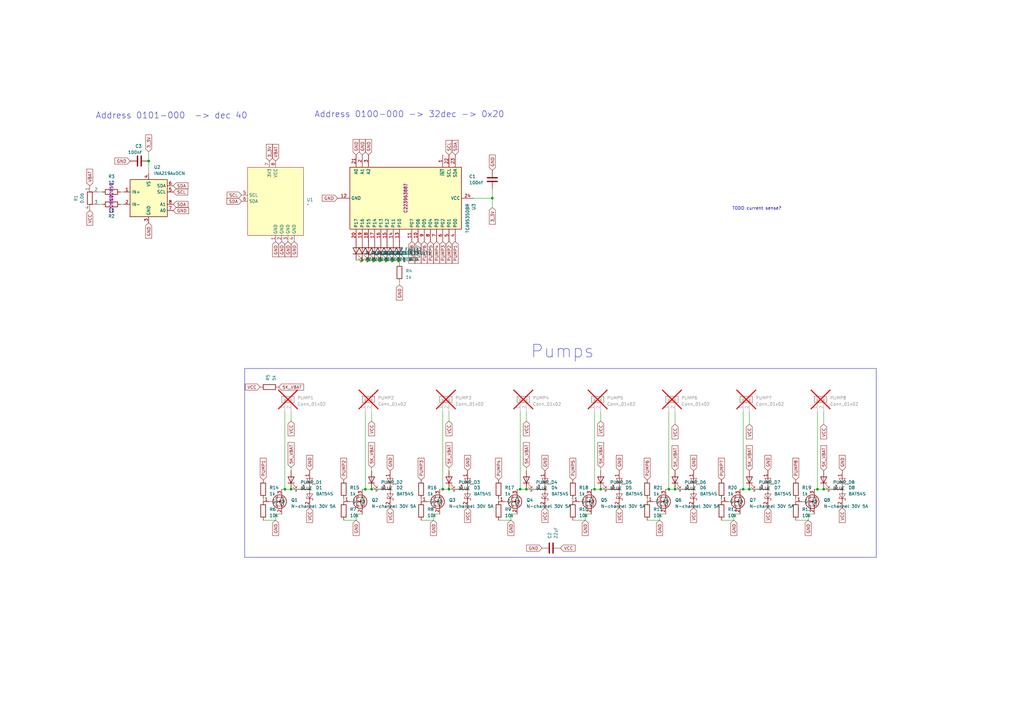
<source format=kicad_sch>
(kicad_sch (version 20250114) (generator "eeschema") (generator_version "9.0")
  (paper "A3")
  (lib_symbols
    (symbol "Connector_Generic:Conn_01x02" (pin_names (offset 1.016) (hide yes))
      (property "Reference" "J" (at 0 2.54 0))
      (property "Value" "Conn_01x02" (at 0 -5.08 0))
      (symbol "Conn_01x02_1_1"
        (rectangle (start -1.27 1.27) (end 1.27 -3.81) (stroke (width 0.254)) (fill (type background)))
        (rectangle (start -1.27 0.127) (end 0 -0.127) (stroke (width 0.1524)))
        (rectangle (start -1.27 -2.413) (end 0 -2.667) (stroke (width 0.1524)))
        (pin passive line (at -5.08 0 0) (length 3.81) (name "Pin_1") (number "1"))
        (pin passive line (at -5.08 -2.54 0) (length 3.81) (name "Pin_2") (number "2"))
      )
    )
    (symbol "Device:C" (pin_numbers (hide yes)) (pin_names (offset 0.254))
      (property "Reference" "C" (at 0.635 2.54 0))
      (property "Value" "C" (at 0.635 -2.54 0))
      (symbol "C_0_1"
        (polyline (pts (xy -2.032 0.762) (xy 2.032 0.762)) (stroke (width 0.508)))
        (polyline (pts (xy -2.032 -0.762) (xy 2.032 -0.762)) (stroke (width 0.508)))
      )
      (symbol "C_1_1"
        (pin passive line (at 0 3.81 270) (length 2.794) (name "~") (number "1"))
        (pin passive line (at 0 -3.81 90) (length 2.794) (name "~") (number "2"))
      )
    )
    (symbol "Device:LED" (pin_numbers (hide yes)) (pin_names (offset 1.016) (hide yes))
      (property "Reference" "D" (at 0 2.54 0))
      (property "Value" "LED" (at 0 -2.54 0))
      (symbol "LED_0_1"
        (polyline (pts (xy -3.048 -0.762) (xy -4.572 -2.286) (xy -3.81 -2.286) (xy -4.572 -2.286) (xy -4.572 -1.524)))
        (polyline (pts (xy -1.778 -0.762) (xy -3.302 -2.286) (xy -2.54 -2.286) (xy -3.302 -2.286) (xy -3.302 -1.524)))
        (polyline (pts (xy -1.27 0) (xy 1.27 0)))
        (polyline (pts (xy -1.27 -1.27) (xy -1.27 1.27)) (stroke (width 0.254)))
        (polyline (pts (xy 1.27 -1.27) (xy 1.27 1.27) (xy -1.27 0) (xy 1.27 -1.27)) (stroke (width 0.254)))
      )
      (symbol "LED_1_1"
        (pin passive line (at -3.81 0 0) (length 2.54) (name "K") (number "1"))
        (pin passive line (at 3.81 0 180) (length 2.54) (name "A") (number "2"))
      )
    )
    (symbol "Device:R" (pin_numbers (hide yes)) (pin_names (offset 0))
      (property "Reference" "R" (at 2.032 0 90))
      (property "Value" "R" (at 0 0 90))
      (symbol "R_0_1"
        (rectangle (start -1.016 -2.54) (end 1.016 2.54) (stroke (width 0.254)))
      )
      (symbol "R_1_1"
        (pin passive line (at 0 3.81 270) (length 1.27) (name "~") (number "1"))
        (pin passive line (at 0 -3.81 90) (length 1.27) (name "~") (number "2"))
      )
    )
    (symbol "Device:R_Shunt" (pin_numbers (hide yes)) (pin_names (offset 0))
      (property "Reference" "R" (at -4.445 0 90))
      (property "Value" "R_Shunt" (at -2.54 0 90))
      (symbol "R_Shunt_0_1"
        (rectangle (start -1.016 -2.54) (end 1.016 2.54) (stroke (width 0.254)))
        (polyline (pts (xy 0 -2.54) (xy 1.27 -2.54)))
        (polyline (pts (xy 1.27 2.54) (xy 0 2.54)))
      )
      (symbol "R_Shunt_1_1"
        (pin passive line (at 0 5.08 270) (length 2.54) (name "1") (number "1"))
        (pin passive line (at 0 -5.08 90) (length 2.54) (name "4") (number "4"))
        (pin passive line (at 3.81 2.54 180) (length 2.54) (name "2") (number "2"))
        (pin passive line (at 3.81 -2.54 180) (length 2.54) (name "3") (number "3"))
      )
    )
    (symbol "Diode:BAS40-04" (pin_names (offset 1.016))
      (property "Reference" "D" (at 0.635 -1.27 0))
      (property "Value" "BAS40-04" (at -6.35 5.715 0))
      (symbol "BAS40-04_0_1"
        (polyline (pts (xy -4.445 3.81) (xy -4.445 1.27) (xy -2.54 2.54) (xy -4.445 3.81)))
        (polyline (pts (xy -3.81 2.54) (xy -1.27 2.54)))
        (polyline (pts (xy -3.175 1.27) (xy -3.175 1.524)))
        (polyline (pts (xy -2.54 3.81) (xy -1.905 3.81)))
        (polyline (pts (xy -2.54 1.27) (xy -3.175 1.27)))
        (polyline (pts (xy -2.54 1.27) (xy -2.54 3.81)))
        (polyline (pts (xy -1.905 3.81) (xy -1.905 3.556)))
        (polyline (pts (xy -1.905 2.54) (xy 1.905 2.54)))
        (circle (center 0 2.54) (radius 0.254) (fill (type outline)))
        (polyline (pts (xy 1.27 2.54) (xy 3.81 2.54)))
        (polyline (pts (xy 1.905 3.81) (xy 1.905 1.27) (xy 3.81 2.54) (xy 1.905 3.81)))
        (polyline (pts (xy 3.175 1.27) (xy 3.175 1.524)))
        (polyline (pts (xy 3.81 3.81) (xy 4.445 3.81)))
        (polyline (pts (xy 3.81 1.27) (xy 3.175 1.27)))
        (polyline (pts (xy 3.81 1.27) (xy 3.81 3.81)))
        (polyline (pts (xy 4.445 3.81) (xy 4.445 3.556)))
      )
      (symbol "BAS40-04_1_1"
        (pin passive line (at -7.62 2.54 0) (length 3.81) (name "~") (number "1"))
        (pin passive line (at 0 -2.54 90) (length 5.08) (name "~") (number "3"))
        (pin passive line (at 7.62 2.54 180) (length 3.81) (name "~") (number "2"))
      )
    )
    (symbol "ESP32-DEVKITC-32D:SL2300" (pin_names (offset 1.016))
      (property "Reference" "Q" (at 0 0 0))
      (property "Value" "SL2300" (at 7.62 0 0))
      (symbol "SL2300_1_1"
        (polyline (pts (xy -1.016 1.905) (xy -1.016 -1.905)) (stroke (width 0.254)))
        (polyline (pts (xy -1.016 0) (xy -3.81 0)))
        (polyline (pts (xy -0.508 2.286) (xy -0.508 1.27)) (stroke (width 0.254)))
        (polyline (pts (xy -0.508 0.508) (xy -0.508 -0.508)) (stroke (width 0.254)))
        (polyline (pts (xy -0.508 -1.27) (xy -0.508 -2.286)) (stroke (width 0.254)))
        (polyline (pts (xy -0.508 -1.778) (xy 2.032 -1.778) (xy 2.032 1.778) (xy -0.508 1.778)))
        (polyline (pts (xy -0.254 0) (xy 0.762 0.381) (xy 0.762 -0.381) (xy -0.254 0)) (fill (type outline)))
        (circle (center 0.381 0) (radius 2.794) (stroke (width 0.254)))
        (polyline (pts (xy 1.27 2.54) (xy 1.27 1.778)))
        (circle (center 1.27 1.778) (radius 0.254) (fill (type outline)))
        (circle (center 1.27 -1.778) (radius 0.254) (fill (type outline)))
        (polyline (pts (xy 1.27 -2.54) (xy 1.27 0) (xy -0.508 0)))
        (polyline (pts (xy 1.524 0.508) (xy 1.651 0.381) (xy 2.413 0.381) (xy 2.54 0.254)))
        (polyline (pts (xy 2.032 0.381) (xy 1.651 -0.254) (xy 2.413 -0.254) (xy 2.032 0.381)))
        (pin input line (at -6.35 0 0) (length 2.54) (name "G") (number "1"))
        (pin passive line (at 1.27 5.08 270) (length 2.54) (name "D") (number "3"))
        (pin passive line (at 1.27 -5.08 90) (length 2.54) (name "S") (number "2"))
      )
    )
    (symbol "Interface_Expansion:TCA9535DBR"
      (property "Reference" "U" (at -11.43 24.13 0))
      (property "Value" "TCA9535DBR" (at 0 0 0))
      (symbol "TCA9535DBR_0_1"
        (rectangle (start -12.7 22.86) (end 12.7 -22.86) (stroke (width 0.254)) (fill (type background)))
      )
      (symbol "TCA9535DBR_1_1"
        (pin bidirectional line (at -17.78 20.32 0) (length 5.08) (name "SDA") (number "23"))
        (pin input line (at -17.78 17.78 0) (length 5.08) (name "SCL") (number "22"))
        (pin open_collector line (at -17.78 15.24 0) (length 5.08) (name "~{INT}") (number "1"))
        (pin input line (at -17.78 -15.24 0) (length 5.08) (name "A2") (number "3"))
        (pin input line (at -17.78 -17.78 0) (length 5.08) (name "A1") (number "2"))
        (pin input line (at -17.78 -20.32 0) (length 5.08) (name "A0") (number "21"))
        (pin power_in line (at 0 27.94 270) (length 5.08) (name "VCC") (number "24"))
        (pin power_in line (at 0 -27.94 90) (length 5.08) (name "GND") (number "12"))
        (pin bidirectional line (at 17.78 20.32 180) (length 5.08) (name "P00") (number "4"))
        (pin bidirectional line (at 17.78 17.78 180) (length 5.08) (name "P01") (number "5"))
        (pin bidirectional line (at 17.78 15.24 180) (length 5.08) (name "P02") (number "6"))
        (pin bidirectional line (at 17.78 12.7 180) (length 5.08) (name "P03") (number "7"))
        (pin bidirectional line (at 17.78 10.16 180) (length 5.08) (name "P04") (number "8"))
        (pin bidirectional line (at 17.78 7.62 180) (length 5.08) (name "P05") (number "9"))
        (pin bidirectional line (at 17.78 5.08 180) (length 5.08) (name "P06") (number "10"))
        (pin bidirectional line (at 17.78 2.54 180) (length 5.08) (name "P07") (number "11"))
        (pin bidirectional line (at 17.78 -2.54 180) (length 5.08) (name "P10") (number "13"))
        (pin bidirectional line (at 17.78 -5.08 180) (length 5.08) (name "P11") (number "14"))
        (pin bidirectional line (at 17.78 -7.62 180) (length 5.08) (name "P12") (number "15"))
        (pin bidirectional line (at 17.78 -10.16 180) (length 5.08) (name "P13") (number "16"))
        (pin bidirectional line (at 17.78 -12.7 180) (length 5.08) (name "P14") (number "17"))
        (pin bidirectional line (at 17.78 -15.24 180) (length 5.08) (name "P15") (number "18"))
        (pin bidirectional line (at 17.78 -17.78 180) (length 5.08) (name "P16") (number "19"))
        (pin bidirectional line (at 17.78 -20.32 180) (length 5.08) (name "P17") (number "20"))
      )
    )
    (symbol "Modules:Pump_Output"
      (property "Reference" "U" (at -6.35 15.24 0))
      (symbol "Pump_Output_1_1"
        (rectangle (start -12.7 12.7) (end 10.16 -15.24) (fill (type background)))
        (pin bidirectional line (at -15.24 1.27 0) (length 2.54) (name "SCL") (number "5"))
        (pin bidirectional line (at -15.24 -1.27 0) (length 2.54) (name "SDA") (number "6"))
        (pin power_in line (at -3.81 15.24 270) (length 2.54) (name "3V3") (number "7"))
        (pin power_in line (at -1.27 15.24 270) (length 2.54) (name "VCC") (number "8"))
        (pin power_in line (at -1.27 -17.78 90) (length 2.54) (name "GND") (number "1"))
        (pin power_in line (at 1.27 -17.78 90) (length 2.54) (name "GND") (number "2"))
        (pin power_in line (at 3.81 -17.78 90) (length 2.54) (name "GND") (number "3"))
        (pin power_in line (at 6.35 -17.78 90) (length 2.54) (name "GND") (number "4"))
      )
    )
    (symbol "Sensor_Energy:INA219AxDCN"
      (property "Reference" "U" (at -6.35 8.89 0))
      (property "Value" "INA219AxDCN" (at 6.35 8.89 0))
      (symbol "INA219AxDCN_0_1"
        (rectangle (start -7.62 7.62) (end 7.62 -7.62) (stroke (width 0.254)) (fill (type background)))
      )
      (symbol "INA219AxDCN_1_1"
        (pin input line (at -10.16 2.54 0) (length 2.54) (name "IN+") (number "1"))
        (pin input line (at -10.16 -2.54 0) (length 2.54) (name "IN-") (number "2"))
        (pin power_in line (at 0 10.16 270) (length 2.54) (name "VS") (number "4"))
        (pin power_in line (at 0 -10.16 90) (length 2.54) (name "GND") (number "3"))
        (pin bidirectional line (at 10.16 5.08 180) (length 2.54) (name "SDA") (number "6"))
        (pin input line (at 10.16 2.54 180) (length 2.54) (name "SCL") (number "5"))
        (pin input line (at 10.16 -2.54 180) (length 2.54) (name "A1") (number "8"))
        (pin input line (at 10.16 -5.08 180) (length 2.54) (name "A0") (number "7"))
      )
    )
  )
  (rectangle (start 100.33 151.13) (end 359.41 228.6))
  (text "TODO current sense?" (at 310.388 85.598 0) (effects (font (size 1.27 1.27))))
  (text "Address 0100-000 -> 32dec -> 0x20" (at 167.894 46.99 0) (effects (font (size 2.54 2.54))))
  (text "Address 0101-000  -> dec 40" (at 70.358 47.498 0) (effects (font (size 2.54 2.54))))
  (text "Pumps" (at 243.84 147.32 0) (effects (font (size 5.2578 5.2578)) (justify right bottom)))
  (junction (at 184.15 200.66))
  (junction (at 215.9 200.66))
  (junction (at 201.93 81.28))
  (junction (at 304.8 200.66))
  (junction (at 181.61 200.66))
  (junction (at 152.4 200.66))
  (junction (at 246.38 200.66))
  (junction (at 276.86 200.66))
  (junction (at 149.86 200.66))
  (junction (at 151.13 106.68))
  (junction (at 337.82 200.66))
  (junction (at 156.21 106.68))
  (junction (at 161.29 106.68))
  (junction (at 153.67 106.68))
  (junction (at 274.32 200.66))
  (junction (at 243.84 200.66))
  (junction (at 116.84 200.66))
  (junction (at 163.83 106.68))
  (junction (at 158.75 106.68))
  (junction (at 60.96 66.04))
  (junction (at 307.34 200.66))
  (junction (at 119.38 200.66))
  (junction (at 213.36 200.66))
  (junction (at 148.59 106.68))
  (junction (at 335.28 200.66))
  (wire (pts (xy 274.32 168.91) (xy 274.32 200.66)))
  (wire (pts (xy 215.9 168.91) (xy 215.9 172.72)))
  (wire (pts (xy 107.95 204.47) (xy 107.95 205.74)))
  (wire (pts (xy 201.93 77.47) (xy 201.93 81.28)))
  (wire (pts (xy 163.83 116.84) (xy 163.83 115.57)))
  (wire (pts (xy 274.32 200.66) (xy 273.05 200.66)))
  (wire (pts (xy 149.86 168.91) (xy 149.86 200.66)))
  (wire (pts (xy 152.4 200.66) (xy 154.94 200.66)))
  (wire (pts (xy 326.39 204.47) (xy 326.39 205.74)))
  (wire (pts (xy 246.38 200.66) (xy 248.92 200.66)))
  (wire (pts (xy 243.84 200.66) (xy 242.57 200.66)))
  (wire (pts (xy 240.03 210.82) (xy 240.03 213.36)))
  (wire (pts (xy 334.01 210.82) (xy 331.47 210.82)))
  (wire (pts (xy 60.96 66.04) (xy 60.96 71.12)))
  (wire (pts (xy 152.4 168.91) (xy 152.4 172.72)))
  (wire (pts (xy 152.4 191.77) (xy 152.4 193.04)))
  (wire (pts (xy 246.38 200.66) (xy 243.84 200.66)))
  (wire (pts (xy 307.34 168.91) (xy 307.34 173.99)))
  (wire (pts (xy 234.95 204.47) (xy 234.95 205.74)))
  (wire (pts (xy 149.86 200.66) (xy 148.59 200.66)))
  (wire (pts (xy 300.99 210.82) (xy 300.99 213.36)))
  (wire (pts (xy 276.86 168.91) (xy 276.86 173.99)))
  (wire (pts (xy 212.09 210.82) (xy 209.55 210.82)))
  (wire (pts (xy 184.15 193.04) (xy 184.15 191.77)))
  (wire (pts (xy 300.99 213.36) (xy 295.91 213.36)))
  (wire (pts (xy 295.91 204.47) (xy 295.91 205.74)))
  (wire (pts (xy 172.72 204.47) (xy 172.72 205.74)))
  (wire (pts (xy 158.75 106.68) (xy 161.29 106.68)))
  (wire (pts (xy 215.9 200.66) (xy 213.36 200.66)))
  (wire (pts (xy 240.03 213.36) (xy 234.95 213.36)))
  (wire (pts (xy 246.38 191.77) (xy 246.38 193.04)))
  (wire (pts (xy 184.15 168.91) (xy 184.15 172.72)))
  (wire (pts (xy 331.47 213.36) (xy 326.39 213.36)))
  (wire (pts (xy 49.53 78.74) (xy 50.8 78.74)))
  (wire (pts (xy 184.15 200.66) (xy 181.61 200.66)))
  (wire (pts (xy 273.05 210.82) (xy 270.51 210.82)))
  (wire (pts (xy 331.47 210.82) (xy 331.47 213.36)))
  (wire (pts (xy 149.86 200.66) (xy 152.4 200.66)))
  (wire (pts (xy 119.38 200.66) (xy 121.92 200.66)))
  (wire (pts (xy 307.34 200.66) (xy 309.88 200.66)))
  (wire (pts (xy 146.05 210.82) (xy 146.05 213.36)))
  (wire (pts (xy 276.86 200.66) (xy 274.32 200.66)))
  (wire (pts (xy 209.55 213.36) (xy 204.47 213.36)))
  (wire (pts (xy 303.53 210.82) (xy 300.99 210.82)))
  (wire (pts (xy 270.51 213.36) (xy 265.43 213.36)))
  (wire (pts (xy 113.03 213.36) (xy 107.95 213.36)))
  (wire (pts (xy 335.28 168.91) (xy 335.28 200.66)))
  (wire (pts (xy 215.9 191.77) (xy 215.9 193.04)))
  (wire (pts (xy 148.59 106.68) (xy 146.05 106.68)))
  (wire (pts (xy 213.36 200.66) (xy 212.09 200.66)))
  (wire (pts (xy 49.53 83.82) (xy 50.8 83.82)))
  (wire (pts (xy 156.21 106.68) (xy 158.75 106.68)))
  (wire (pts (xy 119.38 193.04) (xy 119.38 191.77)))
  (wire (pts (xy 181.61 200.66) (xy 180.34 200.66)))
  (wire (pts (xy 270.51 210.82) (xy 270.51 213.36)))
  (wire (pts (xy 265.43 204.47) (xy 265.43 205.74)))
  (wire (pts (xy 242.57 210.82) (xy 240.03 210.82)))
  (wire (pts (xy 40.64 78.74) (xy 41.91 78.74)))
  (wire (pts (xy 180.34 210.82) (xy 177.8 210.82)))
  (wire (pts (xy 163.83 107.95) (xy 163.83 106.68)))
  (wire (pts (xy 194.31 81.28) (xy 201.93 81.28)))
  (wire (pts (xy 113.03 210.82) (xy 113.03 213.36)))
  (wire (pts (xy 209.55 210.82) (xy 209.55 213.36)))
  (wire (pts (xy 177.8 210.82) (xy 177.8 213.36)))
  (wire (pts (xy 151.13 106.68) (xy 148.59 106.68)))
  (wire (pts (xy 204.47 204.47) (xy 204.47 205.74)))
  (wire (pts (xy 177.8 213.36) (xy 172.72 213.36)))
  (wire (pts (xy 307.34 200.66) (xy 304.8 200.66)))
  (wire (pts (xy 304.8 200.66) (xy 303.53 200.66)))
  (wire (pts (xy 201.93 81.28) (xy 201.93 85.09)))
  (wire (pts (xy 335.28 200.66) (xy 334.01 200.66)))
  (wire (pts (xy 213.36 168.91) (xy 213.36 200.66)))
  (wire (pts (xy 181.61 168.91) (xy 181.61 200.66)))
  (wire (pts (xy 115.57 210.82) (xy 113.03 210.82)))
  (wire (pts (xy 243.84 168.91) (xy 243.84 200.66)))
  (wire (pts (xy 140.97 204.47) (xy 140.97 205.74)))
  (wire (pts (xy 304.8 168.91) (xy 304.8 200.66)))
  (wire (pts (xy 119.38 200.66) (xy 116.84 200.66)))
  (wire (pts (xy 156.21 106.68) (xy 153.67 106.68)))
  (wire (pts (xy 246.38 168.91) (xy 246.38 172.72)))
  (wire (pts (xy 116.84 200.66) (xy 115.57 200.66)))
  (wire (pts (xy 337.82 200.66) (xy 340.36 200.66)))
  (wire (pts (xy 337.82 200.66) (xy 335.28 200.66)))
  (wire (pts (xy 40.64 83.82) (xy 41.91 83.82)))
  (wire (pts (xy 153.67 106.68) (xy 151.13 106.68)))
  (wire (pts (xy 146.05 213.36) (xy 140.97 213.36)))
  (wire (pts (xy 276.86 200.66) (xy 279.4 200.66)))
  (wire (pts (xy 148.59 210.82) (xy 146.05 210.82)))
  (wire (pts (xy 184.15 200.66) (xy 186.69 200.66)))
  (wire (pts (xy 60.96 62.23) (xy 60.96 66.04)))
  (wire (pts (xy 161.29 106.68) (xy 163.83 106.68)))
  (wire (pts (xy 116.84 168.91) (xy 116.84 200.66)))
  (wire (pts (xy 337.82 168.91) (xy 337.82 173.99)))
  (wire (pts (xy 215.9 200.66) (xy 218.44 200.66)))
  (wire (pts (xy 119.38 168.91) (xy 119.38 172.72)))
  (global_label "VCC" (shape input) (at 119.38 172.72 270) (property "Intersheetrefs" "${INTERSHEET_REFS}" (effects (hide yes))))
  (global_label "VCC" (shape input) (at 254 208.28 270) (property "Intersheetrefs" "${INTERSHEET_REFS}" (effects (hide yes))))
  (global_label "PUMP4" (shape input) (at 179.07 99.06 270) (property "Intersheetrefs" "${INTERSHEET_REFS}" (effects (hide yes))))
  (global_label "GND" (shape input) (at 127 193.04 90) (property "Intersheetrefs" "${INTERSHEET_REFS}" (effects (hide yes))))
  (global_label "SDA" (shape input) (at 186.69 63.5 90) (property "Intersheetrefs" "${INTERSHEET_REFS}" (effects (hide yes))))
  (global_label "5K_VBAT" (shape input) (at 152.4 191.77 90) (property "Intersheetrefs" "${INTERSHEET_REFS}" (effects (hide yes))))
  (global_label "3_3V" (shape input) (at 110.49 66.04 90) (property "Intersheetrefs" "${INTERSHEET_REFS}" (effects (hide yes))))
  (global_label "VCC" (shape input) (at 307.34 173.99 270) (property "Intersheetrefs" "${INTERSHEET_REFS}" (effects (hide yes))))
  (global_label "PUMP1" (shape input) (at 186.69 99.06 270) (property "Intersheetrefs" "${INTERSHEET_REFS}" (effects (hide yes))))
  (global_label "SCL" (shape input) (at 184.15 63.5 90) (property "Intersheetrefs" "${INTERSHEET_REFS}" (effects (hide yes))))
  (global_label "GND" (shape input) (at 314.96 193.04 90) (property "Intersheetrefs" "${INTERSHEET_REFS}" (effects (hide yes))))
  (global_label "PUMP5" (shape input) (at 176.53 99.06 270) (property "Intersheetrefs" "${INTERSHEET_REFS}" (effects (hide yes))))
  (global_label "VCC" (shape input) (at 106.68 158.75 180) (property "Intersheetrefs" "${INTERSHEET_REFS}" (effects (hide yes))))
  (global_label "SCL" (shape input) (at 99.06 80.01 180) (property "Intersheetrefs" "${INTERSHEET_REFS}" (effects (hide yes))))
  (global_label "PUMP8" (shape input) (at 326.39 196.85 90) (property "Intersheetrefs" "${INTERSHEET_REFS}" (effects (hide yes))))
  (global_label "GND" (shape input) (at 60.96 91.44 270) (property "Intersheetrefs" "${INTERSHEET_REFS}" (effects (hide yes))))
  (global_label "GND" (shape input) (at 201.93 69.85 90) (property "Intersheetrefs" "${INTERSHEET_REFS}" (effects (hide yes))))
  (global_label "PUMP5" (shape input) (at 234.95 196.85 90) (property "Intersheetrefs" "${INTERSHEET_REFS}" (effects (hide yes))))
  (global_label "GND" (shape input) (at 300.99 213.36 270) (property "Intersheetrefs" "${INTERSHEET_REFS}" (effects (hide yes))))
  (global_label "VCC" (shape input) (at 337.82 173.99 270) (property "Intersheetrefs" "${INTERSHEET_REFS}" (effects (hide yes))))
  (global_label "PUMP2" (shape input) (at 140.97 196.85 90) (property "Intersheetrefs" "${INTERSHEET_REFS}" (effects (hide yes))))
  (global_label "GND" (shape input) (at 115.57 99.06 270) (property "Intersheetrefs" "${INTERSHEET_REFS}" (effects (hide yes))))
  (global_label "VCC" (shape input) (at 229.87 224.79 0) (property "Intersheetrefs" "${INTERSHEET_REFS}" (effects (hide yes))))
  (global_label "VCC" (shape input) (at 314.96 208.28 270) (property "Intersheetrefs" "${INTERSHEET_REFS}" (effects (hide yes))))
  (global_label "GND" (shape input) (at 148.59 63.5 90) (property "Intersheetrefs" "${INTERSHEET_REFS}" (effects (hide yes))))
  (global_label "SDA" (shape input) (at 71.12 76.2 0) (property "Intersheetrefs" "${INTERSHEET_REFS}" (effects (hide yes))))
  (global_label "PUMP8" (shape input) (at 168.91 99.06 270) (property "Intersheetrefs" "${INTERSHEET_REFS}" (effects (hide yes))))
  (global_label "PUMP6" (shape input) (at 265.43 196.85 90) (property "Intersheetrefs" "${INTERSHEET_REFS}" (effects (hide yes))))
  (global_label "VCC" (shape input) (at 127 208.28 270) (property "Intersheetrefs" "${INTERSHEET_REFS}" (effects (hide yes))))
  (global_label "5K_VBAT" (shape input) (at 276.86 193.04 90) (property "Intersheetrefs" "${INTERSHEET_REFS}" (effects (hide yes))))
  (global_label "GND" (shape input) (at 53.34 66.04 180) (property "Intersheetrefs" "${INTERSHEET_REFS}" (effects (hide yes))))
  (global_label "5K_VBAT" (shape input) (at 246.38 191.77 90) (property "Intersheetrefs" "${INTERSHEET_REFS}" (effects (hide yes))))
  (global_label "GND" (shape input) (at 146.05 213.36 270) (property "Intersheetrefs" "${INTERSHEET_REFS}" (effects (hide yes))))
  (global_label "PUMP6" (shape input) (at 173.99 99.06 270) (property "Intersheetrefs" "${INTERSHEET_REFS}" (effects (hide yes))))
  (global_label "SCL" (shape input) (at 71.12 78.74 0) (property "Intersheetrefs" "${INTERSHEET_REFS}" (effects (hide yes))))
  (global_label "VCC" (shape input) (at 223.52 208.28 270) (property "Intersheetrefs" "${INTERSHEET_REFS}" (effects (hide yes))))
  (global_label "5K_VBAT" (shape input) (at 215.9 191.77 90) (property "Intersheetrefs" "${INTERSHEET_REFS}" (effects (hide yes))))
  (global_label "VCC" (shape input) (at 284.48 208.28 270) (property "Intersheetrefs" "${INTERSHEET_REFS}" (effects (hide yes))))
  (global_label "GND" (shape input) (at 151.13 63.5 90) (property "Intersheetrefs" "${INTERSHEET_REFS}" (effects (hide yes))))
  (global_label "VBAT" (shape input) (at 36.83 76.2 90) (property "Intersheetrefs" "${INTERSHEET_REFS}" (effects (hide yes))))
  (global_label "PUMP7" (shape input) (at 295.91 196.85 90) (property "Intersheetrefs" "${INTERSHEET_REFS}" (effects (hide yes))))
  (global_label "PUMP4" (shape input) (at 204.47 196.85 90) (property "Intersheetrefs" "${INTERSHEET_REFS}" (effects (hide yes))))
  (global_label "PUMP2" (shape input) (at 184.15 99.06 270) (property "Intersheetrefs" "${INTERSHEET_REFS}" (effects (hide yes))))
  (global_label "GND" (shape input) (at 191.77 193.04 90) (property "Intersheetrefs" "${INTERSHEET_REFS}" (effects (hide yes))))
  (global_label "VCC" (shape input) (at 184.15 172.72 270) (property "Intersheetrefs" "${INTERSHEET_REFS}" (effects (hide yes))))
  (global_label "GND" (shape input) (at 71.12 86.36 0) (property "Intersheetrefs" "${INTERSHEET_REFS}" (effects (hide yes))))
  (global_label "VCC" (shape input) (at 160.02 208.28 270) (property "Intersheetrefs" "${INTERSHEET_REFS}" (effects (hide yes))))
  (global_label "PUMP3" (shape input) (at 181.61 99.06 270) (property "Intersheetrefs" "${INTERSHEET_REFS}" (effects (hide yes))))
  (global_label "GND" (shape input) (at 345.44 193.04 90) (property "Intersheetrefs" "${INTERSHEET_REFS}" (effects (hide yes))))
  (global_label "GND" (shape input) (at 222.25 224.79 180) (property "Intersheetrefs" "${INTERSHEET_REFS}" (effects (hide yes))))
  (global_label "3_3V" (shape input) (at 201.93 85.09 270) (property "Intersheetrefs" "${INTERSHEET_REFS}" (effects (hide yes))))
  (global_label "5K_VBAT" (shape input) (at 184.15 191.77 90) (property "Intersheetrefs" "${INTERSHEET_REFS}" (effects (hide yes))))
  (global_label "GND" (shape input) (at 270.51 213.36 270) (property "Intersheetrefs" "${INTERSHEET_REFS}" (effects (hide yes))))
  (global_label "GND" (shape input) (at 223.52 193.04 90) (property "Intersheetrefs" "${INTERSHEET_REFS}" (effects (hide yes))))
  (global_label "GND" (shape input) (at 160.02 193.04 90) (property "Intersheetrefs" "${INTERSHEET_REFS}" (effects (hide yes))))
  (global_label "VCC" (shape input) (at 36.83 86.36 270) (property "Intersheetrefs" "${INTERSHEET_REFS}" (effects (hide yes))))
  (global_label "GND" (shape input) (at 113.03 99.06 270) (property "Intersheetrefs" "${INTERSHEET_REFS}" (effects (hide yes))))
  (global_label "GND" (shape input) (at 113.03 213.36 270) (property "Intersheetrefs" "${INTERSHEET_REFS}" (effects (hide yes))))
  (global_label "SDA" (shape input) (at 71.12 83.82 0) (property "Intersheetrefs" "${INTERSHEET_REFS}" (effects (hide yes))))
  (global_label "GND" (shape input) (at 118.11 99.06 270) (property "Intersheetrefs" "${INTERSHEET_REFS}" (effects (hide yes))))
  (global_label "VCC" (shape input) (at 345.44 208.28 270) (property "Intersheetrefs" "${INTERSHEET_REFS}" (effects (hide yes))))
  (global_label "5K_VBAT" (shape input) (at 307.34 193.04 90) (property "Intersheetrefs" "${INTERSHEET_REFS}" (effects (hide yes))))
  (global_label "GND" (shape input) (at 284.48 193.04 90) (property "Intersheetrefs" "${INTERSHEET_REFS}" (effects (hide yes))))
  (global_label "SDA" (shape input) (at 99.06 82.55 180) (property "Intersheetrefs" "${INTERSHEET_REFS}" (effects (hide yes))))
  (global_label "GND" (shape input) (at 331.47 213.36 270) (property "Intersheetrefs" "${INTERSHEET_REFS}" (effects (hide yes))))
  (global_label "GND" (shape input) (at 209.55 213.36 270) (property "Intersheetrefs" "${INTERSHEET_REFS}" (effects (hide yes))))
  (global_label "PUMP3" (shape input) (at 172.72 196.85 90) (property "Intersheetrefs" "${INTERSHEET_REFS}" (effects (hide yes))))
  (global_label "5K_VBAT" (shape input) (at 114.3 158.75 0) (property "Intersheetrefs" "${INTERSHEET_REFS}" (effects (hide yes))))
  (global_label "GND" (shape input) (at 120.65 99.06 270) (property "Intersheetrefs" "${INTERSHEET_REFS}" (effects (hide yes))))
  (global_label "GND" (shape input) (at 138.43 81.28 180) (property "Intersheetrefs" "${INTERSHEET_REFS}" (effects (hide yes))))
  (global_label "VCC" (shape input) (at 276.86 173.99 270) (property "Intersheetrefs" "${INTERSHEET_REFS}" (effects (hide yes))))
  (global_label "5K_VBAT" (shape input) (at 119.38 191.77 90) (property "Intersheetrefs" "${INTERSHEET_REFS}" (effects (hide yes))))
  (global_label "VCC" (shape input) (at 215.9 172.72 270) (property "Intersheetrefs" "${INTERSHEET_REFS}" (effects (hide yes))))
  (global_label "VCC" (shape input) (at 191.77 208.28 270) (property "Intersheetrefs" "${INTERSHEET_REFS}" (effects (hide yes))))
  (global_label "GND" (shape input) (at 146.05 63.5 90) (property "Intersheetrefs" "${INTERSHEET_REFS}" (effects (hide yes))))
  (global_label "VCC" (shape input) (at 246.38 172.72 270) (property "Intersheetrefs" "${INTERSHEET_REFS}" (effects (hide yes))))
  (global_label "GND" (shape input) (at 254 193.04 90) (property "Intersheetrefs" "${INTERSHEET_REFS}" (effects (hide yes))))
  (global_label "PUMP1" (shape input) (at 107.95 196.85 90) (property "Intersheetrefs" "${INTERSHEET_REFS}" (effects (hide yes))))
  (global_label "PUMP7" (shape input) (at 171.45 99.06 270) (property "Intersheetrefs" "${INTERSHEET_REFS}" (effects (hide yes))))
  (global_label "3_3V" (shape input) (at 60.96 62.23 90) (property "Intersheetrefs" "${INTERSHEET_REFS}" (effects (hide yes))))
  (global_label "VCC" (shape input) (at 152.4 172.72 270) (property "Intersheetrefs" "${INTERSHEET_REFS}" (effects (hide yes))))
  (global_label "VBAT" (shape input) (at 113.03 66.04 90) (property "Intersheetrefs" "${INTERSHEET_REFS}" (effects (hide yes))))
  (global_label "GND" (shape input) (at 163.83 116.84 270) (property "Intersheetrefs" "${INTERSHEET_REFS}" (effects (hide yes))))
  (global_label "GND" (shape input) (at 177.8 213.36 270) (property "Intersheetrefs" "${INTERSHEET_REFS}" (effects (hide yes))))
  (global_label "GND" (shape input) (at 240.03 213.36 270) (property "Intersheetrefs" "${INTERSHEET_REFS}" (effects (hide yes))))
  (global_label "5K_VBAT" (shape input) (at 337.82 193.04 90) (property "Intersheetrefs" "${INTERSHEET_REFS}" (effects (hide yes))))
  (symbol (lib_id "Device:LED") (at 246.38 196.85 90) (unit 1)
    (property "Reference" "PUMP_D5" (at 250.19 197.8025 90) (effects (justify right)))
    (property "Value" "BLUE" (at 250.19 200.3425 90) (effects (justify right)))
    (property "Footprint" "LED_SMD:LED_0805_2012Metric" (effects (hide yes)))
    (property "Description" "Light emitting diode" (effects (hide yes)))
    (property "LCSC_PART_NUMBER" "C205441" (effects (hide yes)))
    (property "Sim.Pins" "1=K 2=A" (effects (hide yes)))
  )
  (symbol (lib_id "Diode:BAS40-04") (at 342.9 200.66 270) (unit 1)
    (property "Reference" "D8" (at 347.98 200.025 90) (effects (justify left)))
    (property "Value" "BAT54S" (at 347.98 202.565 90) (effects (justify left)))
    (property "Footprint" "Package_TO_SOT_SMD:SOT-23" (effects (hide yes)))
    (property "Datasheet" "http://www.vishay.com/docs/85701/bas40v.pdf" (effects (hide yes)))
    (property "Description" "40V 0.2A Dual Small Signal Schottky Diodes" (effects (hide yes)))
    (property "LCSC_PART_NUMBER" "C916425" (effects (hide yes)))
  )
  (symbol (lib_id "ESP32-DEVKITC-32D:SL2300") (at 114.3 205.74 0) (unit 1)
    (property "Reference" "Q1" (at 119.38 205.105 0) (effects (justify left)))
    (property "Value" "N-channel 30V 5A" (at 119.38 207.645 0) (effects (justify left)))
    (property "Footprint" "PCM_Package_TO_SOT_SMD_AKL:SOT-23" (effects (hide yes)))
    (property "LCSC_PART_NUMBER" "C20917" (effects (hide yes)))
  )
  (symbol (lib_id "Device:R") (at 326.39 209.55 0) (unit 1)
    (property "Reference" "R13" (at 328.93 208.915 0) (effects (justify left)))
    (property "Value" "10k" (at 328.93 211.455 0) (effects (justify left)))
    (property "Footprint" "Resistor_SMD:R_0603_1608Metric" (effects (hide yes)))
    (property "Description" "Resistor" (effects (hide yes)))
    (property "LCSC_PART_NUMBER" "C25804" (effects (hide yes)))
  )
  (symbol (lib_id "Device:LED") (at 152.4 196.85 90) (unit 1)
    (property "Reference" "PUMP_D2" (at 156.21 197.8025 90) (effects (justify right)))
    (property "Value" "BLUE" (at 156.21 200.3425 90) (effects (justify right)))
    (property "Footprint" "LED_SMD:LED_0805_2012Metric" (effects (hide yes)))
    (property "Description" "Light emitting diode" (effects (hide yes)))
    (property "LCSC_PART_NUMBER" "C205441" (effects (hide yes)))
    (property "Sim.Pins" "1=K 2=A" (effects (hide yes)))
  )
  (symbol (lib_id "Device:LED") (at 163.83 102.87 90) (unit 1)
    (property "Reference" "P_FAULT1" (at 167.64 103.8225 90) (effects (justify right)))
    (property "Value" "RED" (at 167.64 106.3625 90) (effects (justify right)))
    (property "Footprint" "LED_SMD:LED_0805_2012Metric" (effects (hide yes)))
    (property "Description" "Light emitting diode" (effects (hide yes)))
    (property "LCSC_PART_NUMBER" "C205441" (effects (hide yes)))
    (property "Sim.Pins" "1=K 2=A" (effects (hide yes)))
  )
  (symbol (lib_id "Diode:BAS40-04") (at 124.46 200.66 270) (unit 1)
    (property "Reference" "D1" (at 129.54 200.025 90) (effects (justify left)))
    (property "Value" "BAT54S" (at 129.54 202.565 90) (effects (justify left)))
    (property "Footprint" "Package_TO_SOT_SMD:SOT-23" (effects (hide yes)))
    (property "Datasheet" "http://www.vishay.com/docs/85701/bas40v.pdf" (effects (hide yes)))
    (property "Description" "40V 0.2A Dual Small Signal Schottky Diodes" (effects (hide yes)))
    (property "LCSC_PART_NUMBER" "C916425" (effects (hide yes)))
  )
  (symbol (lib_id "Device:C") (at 226.06 224.79 270) (unit 1)
    (property "Reference" "C2" (at 225.425 220.98 0) (effects (justify right)))
    (property "Value" "22uF" (at 227.965 220.98 0) (effects (justify right)))
    (property "Footprint" "PCM_Capacitor_SMD_Handsoldering_AKL:C_0805_2012Metric_Pad1.18x1.45mm" (effects (hide yes)))
    (property "Description" "Unpolarized capacitor" (effects (hide yes)))
    (property "LCSC_PART_NUMBER" "C45783" (effects (hide yes)))
  )
  (symbol (lib_id "Device:C") (at 201.93 73.66 0) (unit 1)
    (property "Reference" "C1" (at 192.405 72.39 0) (effects (justify left)))
    (property "Value" "100nf" (at 192.405 74.93 0) (effects (justify left)))
    (property "Footprint" "PCM_Capacitor_SMD_Handsoldering_AKL:C_0603_1608Metric_Pad1.08x0.95mm" (effects (hide yes)))
    (property "LCSC_PART_NUMBER" "C14663" (effects (hide yes)))
  )
  (symbol (lib_id "Connector_Generic:Conn_01x02") (at 274.32 163.83 90) (unit 1) (dnp yes)
    (property "Reference" "PUMP6" (at 279.4 163.195 90) (effects (justify right)))
    (property "Value" "Conn_01x02" (at 279.4 165.735 90) (effects (justify right)))
    (property "Footprint" "Connector_JST:JST_EH_B2B-EH-A_1x02_P2.50mm_Vertical" (effects (hide yes)))
    (property "Description" "Generic connector, single row, 01x02, script generated (kicad-library-utils/schlib/autogen/connector/)" (effects (hide yes)))
  )
  (symbol (lib_id "Connector_Generic:Conn_01x02") (at 243.84 163.83 90) (unit 1) (dnp yes)
    (property "Reference" "PUMP5" (at 248.92 163.195 90) (effects (justify right)))
    (property "Value" "Conn_01x02" (at 248.92 165.735 90) (effects (justify right)))
    (property "Footprint" "Connector_JST:JST_EH_B2B-EH-A_1x02_P2.50mm_Vertical" (effects (hide yes)))
    (property "Description" "Generic connector, single row, 01x02, script generated (kicad-library-utils/schlib/autogen/connector/)" (effects (hide yes)))
  )
  (symbol (lib_id "Device:LED") (at 146.05 102.87 90) (unit 1)
    (property "Reference" "P_FAULT8" (at 149.86 103.8225 90) (effects (justify right)))
    (property "Value" "RED" (at 149.86 106.3625 90) (effects (justify right)))
    (property "Footprint" "LED_SMD:LED_0805_2012Metric" (effects (hide yes)))
    (property "Description" "Light emitting diode" (effects (hide yes)))
    (property "LCSC_PART_NUMBER" "C205441" (effects (hide yes)))
    (property "Sim.Pins" "1=K 2=A" (effects (hide yes)))
  )
  (symbol (lib_id "ESP32-DEVKITC-32D:SL2300") (at 210.82 205.74 0) (unit 1)
    (property "Reference" "Q4" (at 215.9 205.105 0) (effects (justify left)))
    (property "Value" "N-channel 30V 5A" (at 215.9 207.645 0) (effects (justify left)))
    (property "Footprint" "PCM_Package_TO_SOT_SMD_AKL:SOT-23" (effects (hide yes)))
    (property "LCSC_PART_NUMBER" "C20917" (effects (hide yes)))
  )
  (symbol (lib_id "Diode:BAS40-04") (at 157.48 200.66 270) (unit 1)
    (property "Reference" "D2" (at 162.56 200.025 90) (effects (justify left)))
    (property "Value" "BAT54S" (at 162.56 202.565 90) (effects (justify left)))
    (property "Footprint" "Package_TO_SOT_SMD:SOT-23" (effects (hide yes)))
    (property "Datasheet" "http://www.vishay.com/docs/85701/bas40v.pdf" (effects (hide yes)))
    (property "Description" "40V 0.2A Dual Small Signal Schottky Diodes" (effects (hide yes)))
    (property "LCSC_PART_NUMBER" "C916425" (effects (hide yes)))
  )
  (symbol (lib_id "Diode:BAS40-04") (at 220.98 200.66 270) (unit 1)
    (property "Reference" "D4" (at 226.06 200.025 90) (effects (justify left)))
    (property "Value" "BAT54S" (at 226.06 202.565 90) (effects (justify left)))
    (property "Footprint" "Package_TO_SOT_SMD:SOT-23" (effects (hide yes)))
    (property "Datasheet" "http://www.vishay.com/docs/85701/bas40v.pdf" (effects (hide yes)))
    (property "Description" "40V 0.2A Dual Small Signal Schottky Diodes" (effects (hide yes)))
    (property "LCSC_PART_NUMBER" "C916425" (effects (hide yes)))
  )
  (symbol (lib_id "Device:LED") (at 337.82 196.85 90) (unit 1)
    (property "Reference" "PUMP_D8" (at 341.63 197.8025 90) (effects (justify right)))
    (property "Value" "BLUE" (at 341.63 200.3425 90) (effects (justify right)))
    (property "Footprint" "LED_SMD:LED_0805_2012Metric" (effects (hide yes)))
    (property "Description" "Light emitting diode" (effects (hide yes)))
    (property "LCSC_PART_NUMBER" "C205441" (effects (hide yes)))
    (property "Sim.Pins" "1=K 2=A" (effects (hide yes)))
  )
  (symbol (lib_id "Device:R") (at 295.91 200.66 0) (unit 1)
    (property "Reference" "R20" (at 298.45 200.025 0) (effects (justify left)))
    (property "Value" "1k" (at 298.45 202.565 0) (effects (justify left)))
    (property "Footprint" "Resistor_SMD:R_0603_1608Metric" (effects (hide yes)))
    (property "Description" "Resistor" (effects (hide yes)))
    (property "LCSC_PART_NUMBER" "C21190" (effects (hide yes)))
  )
  (symbol (lib_id "Device:LED") (at 307.34 196.85 90) (unit 1)
    (property "Reference" "PUMP_D7" (at 311.15 197.8025 90) (effects (justify right)))
    (property "Value" "BLUE" (at 311.15 200.3425 90) (effects (justify right)))
    (property "Footprint" "LED_SMD:LED_0805_2012Metric" (effects (hide yes)))
    (property "Description" "Light emitting diode" (effects (hide yes)))
    (property "LCSC_PART_NUMBER" "C205441" (effects (hide yes)))
    (property "Sim.Pins" "1=K 2=A" (effects (hide yes)))
  )
  (symbol (lib_id "Device:LED") (at 184.15 196.85 90) (unit 1)
    (property "Reference" "PUMP_D3" (at 187.96 197.8025 90) (effects (justify right)))
    (property "Value" "BLUE" (at 187.96 200.3425 90) (effects (justify right)))
    (property "Footprint" "LED_SMD:LED_0805_2012Metric" (effects (hide yes)))
    (property "Description" "Light emitting diode" (effects (hide yes)))
    (property "LCSC_PART_NUMBER" "C205441" (effects (hide yes)))
    (property "Sim.Pins" "1=K 2=A" (effects (hide yes)))
  )
  (symbol (lib_id "Sensor_Energy:INA219AxDCN") (at 60.96 81.28 0) (unit 1)
    (property "Reference" "U2" (at 63.1033 68.58 0) (effects (justify left)))
    (property "Value" "INA219AxDCN" (at 63.1033 71.12 0) (effects (justify left)))
    (property "Footprint" "Package_TO_SOT_SMD:SOT-23-8" (effects (hide yes)))
    (property "Datasheet" "http://www.ti.com/lit/ds/symlink/ina219.pdf" (effects (hide yes)))
    (property "Description" "Zero-Drift, Bidirectional Current/Power Monitor (0-26V) With I2C Interface, SOT-23-8" (effects (hide yes)))
  )
  (symbol (lib_id "Device:R") (at 204.47 209.55 0) (unit 1)
    (property "Reference" "R9" (at 207.01 208.915 0) (effects (justify left)))
    (property "Value" "10k" (at 207.01 211.455 0) (effects (justify left)))
    (property "Footprint" "Resistor_SMD:R_0603_1608Metric" (effects (hide yes)))
    (property "Description" "Resistor" (effects (hide yes)))
    (property "LCSC_PART_NUMBER" "C25804" (effects (hide yes)))
  )
  (symbol (lib_id "Device:R") (at 140.97 200.66 0) (unit 1)
    (property "Reference" "R15" (at 143.51 200.025 0) (effects (justify left)))
    (property "Value" "1k" (at 143.51 202.565 0) (effects (justify left)))
    (property "Footprint" "Resistor_SMD:R_0603_1608Metric" (effects (hide yes)))
    (property "Description" "Resistor" (effects (hide yes)))
    (property "LCSC_PART_NUMBER" "C21190" (effects (hide yes)))
  )
  (symbol (lib_id "Diode:BAS40-04") (at 281.94 200.66 270) (unit 1)
    (property "Reference" "D6" (at 287.02 200.025 90) (effects (justify left)))
    (property "Value" "BAT54S" (at 287.02 202.565 90) (effects (justify left)))
    (property "Footprint" "Package_TO_SOT_SMD:SOT-23" (effects (hide yes)))
    (property "Datasheet" "http://www.vishay.com/docs/85701/bas40v.pdf" (effects (hide yes)))
    (property "Description" "40V 0.2A Dual Small Signal Schottky Diodes" (effects (hide yes)))
    (property "LCSC_PART_NUMBER" "C916425" (effects (hide yes)))
  )
  (symbol (lib_id "Device:LED") (at 276.86 196.85 90) (unit 1)
    (property "Reference" "PUMP_D6" (at 280.67 197.8025 90) (effects (justify right)))
    (property "Value" "BLUE" (at 280.67 200.3425 90) (effects (justify right)))
    (property "Footprint" "LED_SMD:LED_0805_2012Metric" (effects (hide yes)))
    (property "Description" "Light emitting diode" (effects (hide yes)))
    (property "LCSC_PART_NUMBER" "C205441" (effects (hide yes)))
    (property "Sim.Pins" "1=K 2=A" (effects (hide yes)))
  )
  (symbol (lib_id "Device:R") (at 204.47 200.66 0) (unit 1)
    (property "Reference" "R17" (at 207.01 200.025 0) (effects (justify left)))
    (property "Value" "1k" (at 207.01 202.565 0) (effects (justify left)))
    (property "Footprint" "Resistor_SMD:R_0603_1608Metric" (effects (hide yes)))
    (property "Description" "Resistor" (effects (hide yes)))
    (property "LCSC_PART_NUMBER" "C21190" (effects (hide yes)))
  )
  (symbol (lib_id "Device:R") (at 234.95 200.66 0) (unit 1)
    (property "Reference" "R18" (at 237.49 200.025 0) (effects (justify left)))
    (property "Value" "1k" (at 237.49 202.565 0) (effects (justify left)))
    (property "Footprint" "Resistor_SMD:R_0603_1608Metric" (effects (hide yes)))
    (property "Description" "Resistor" (effects (hide yes)))
    (property "LCSC_PART_NUMBER" "C21190" (effects (hide yes)))
  )
  (symbol (lib_id "Device:R") (at 140.97 209.55 0) (unit 1)
    (property "Reference" "R7" (at 143.51 208.915 0) (effects (justify left)))
    (property "Value" "10k" (at 143.51 211.455 0) (effects (justify left)))
    (property "Footprint" "Resistor_SMD:R_0603_1608Metric" (effects (hide yes)))
    (property "Description" "Resistor" (effects (hide yes)))
    (property "LCSC_PART_NUMBER" "C25804" (effects (hide yes)))
  )
  (symbol (lib_id "Device:C") (at 57.15 66.04 90) (unit 1)
    (property "Reference" "C3" (at 58.166 59.944 90) (effects (justify left)))
    (property "Value" "100nf" (at 58.166 62.484 90) (effects (justify left)))
    (property "Footprint" "PCM_Capacitor_SMD_Handsoldering_AKL:C_0603_1608Metric_Pad1.08x0.95mm" (effects (hide yes)))
    (property "LCSC_PART_NUMBER" "C14663" (effects (hide yes)))
  )
  (symbol (lib_id "Device:LED") (at 161.29 102.87 90) (unit 1)
    (property "Reference" "P_FAULT2" (at 163.83 102.362 90) (effects (justify right)))
    (property "Value" "RED" (at 165.1 106.3625 90) (effects (justify right)))
    (property "Footprint" "LED_SMD:LED_0805_2012Metric" (effects (hide yes)))
    (property "Description" "Light emitting diode" (effects (hide yes)))
    (property "LCSC_PART_NUMBER" "C205441" (effects (hide yes)))
    (property "Sim.Pins" "1=K 2=A" (effects (hide yes)))
  )
  (symbol (lib_id "Connector_Generic:Conn_01x02") (at 335.28 163.83 90) (unit 1) (dnp yes)
    (property "Reference" "PUMP8" (at 340.36 163.195 90) (effects (justify right)))
    (property "Value" "Conn_01x02" (at 340.36 165.735 90) (effects (justify right)))
    (property "Footprint" "Connector_JST:JST_EH_B2B-EH-A_1x02_P2.50mm_Vertical" (effects (hide yes)))
    (property "Description" "Generic connector, single row, 01x02, script generated (kicad-library-utils/schlib/autogen/connector/)" (effects (hide yes)))
  )
  (symbol (lib_id "Interface_Expansion:TCA9535DBR") (at 166.37 81.28 270) (unit 1)
    (property "Reference" "U3" (at 194.31 83.4233 0) (effects (justify left)))
    (property "Value" "TCA9535DBR" (at 191.77 83.4233 0) (effects (justify left)))
    (property "Footprint" "Package_SO:SSOP-24_5.3x8.2mm_P0.65mm" (effects (hide yes)))
    (property "Datasheet" "http://www.ti.com/lit/ds/symlink/tca9535.pdf" (effects (hide yes)))
    (property "Description" "16-bit I/O expander, I2C and SMBus interface, interrupts, w/o pull-ups, SSOP-24" (effects (hide yes)))
    (property "LCSC_PART_NUMBER" "C22396388?" (at 166.37 81.28 0))
  )
  (symbol (lib_id "Connector_Generic:Conn_01x02") (at 149.86 163.83 90) (unit 1) (dnp yes)
    (property "Reference" "PUMP2" (at 154.94 163.195 90) (effects (justify right)))
    (property "Value" "Conn_01x02" (at 154.94 165.735 90) (effects (justify right)))
    (property "Footprint" "Connector_JST:JST_EH_B2B-EH-A_1x02_P2.50mm_Vertical" (effects (hide yes)))
    (property "Description" "Generic connector, single row, 01x02, script generated (kicad-library-utils/schlib/autogen/connector/)" (effects (hide yes)))
  )
  (symbol (lib_id "Diode:BAS40-04") (at 312.42 200.66 270) (unit 1)
    (property "Reference" "D7" (at 317.5 200.025 90) (effects (justify left)))
    (property "Value" "BAT54S" (at 317.5 202.565 90) (effects (justify left)))
    (property "Footprint" "Package_TO_SOT_SMD:SOT-23" (effects (hide yes)))
    (property "Datasheet" "http://www.vishay.com/docs/85701/bas40v.pdf" (effects (hide yes)))
    (property "Description" "40V 0.2A Dual Small Signal Schottky Diodes" (effects (hide yes)))
    (property "LCSC_PART_NUMBER" "C916425" (effects (hide yes)))
  )
  (symbol (lib_id "Device:R_Shunt") (at 36.83 81.28 0) (unit 1)
    (property "Reference" "R1" (at 31.115 81.28 90))
    (property "Value" "0.06" (at 33.655 81.28 90))
    (property "Footprint" "board:R_Shunt_Vishay_WSK2512_6332Metric_T1.19mm" (effects (hide yes)))
    (property "LCSC_PART_NUMBER" "C252688" (effects (hide yes)))
  )
  (symbol (lib_id "Device:R") (at 107.95 209.55 0) (unit 1)
    (property "Reference" "R6" (at 110.49 208.915 0) (effects (justify left)))
    (property "Value" "10k" (at 110.49 211.455 0) (effects (justify left)))
    (property "Footprint" "Resistor_SMD:R_0603_1608Metric" (effects (hide yes)))
    (property "Description" "Resistor" (effects (hide yes)))
    (property "LCSC_PART_NUMBER" "C25804" (effects (hide yes)))
  )
  (symbol (lib_id "Device:R") (at 107.95 200.66 0) (unit 1)
    (property "Reference" "R14" (at 110.49 200.025 0) (effects (justify left)))
    (property "Value" "1k" (at 110.49 202.565 0) (effects (justify left)))
    (property "Footprint" "Resistor_SMD:R_0603_1608Metric" (effects (hide yes)))
    (property "Description" "Resistor" (effects (hide yes)))
    (property "LCSC_PART_NUMBER" "C21190" (effects (hide yes)))
  )
  (symbol (lib_id "ESP32-DEVKITC-32D:SL2300") (at 271.78 205.74 0) (unit 1)
    (property "Reference" "Q6" (at 276.86 205.105 0) (effects (justify left)))
    (property "Value" "N-channel 30V 5A" (at 276.86 207.645 0) (effects (justify left)))
    (property "Footprint" "PCM_Package_TO_SOT_SMD_AKL:SOT-23" (effects (hide yes)))
    (property "LCSC_PART_NUMBER" "C20917" (effects (hide yes)))
  )
  (symbol (lib_id "Device:R") (at 265.43 209.55 0) (unit 1)
    (property "Reference" "R11" (at 267.97 208.915 0) (effects (justify left)))
    (property "Value" "10k" (at 267.97 211.455 0) (effects (justify left)))
    (property "Footprint" "Resistor_SMD:R_0603_1608Metric" (effects (hide yes)))
    (property "Description" "Resistor" (effects (hide yes)))
    (property "LCSC_PART_NUMBER" "C25804" (effects (hide yes)))
  )
  (symbol (lib_id "ESP32-DEVKITC-32D:SL2300") (at 179.07 205.74 0) (unit 1)
    (property "Reference" "Q3" (at 184.15 205.105 0) (effects (justify left)))
    (property "Value" "N-channel 30V 5A" (at 184.15 207.645 0) (effects (justify left)))
    (property "Footprint" "PCM_Package_TO_SOT_SMD_AKL:SOT-23" (effects (hide yes)))
    (property "LCSC_PART_NUMBER" "C20917" (effects (hide yes)))
  )
  (symbol (lib_id "Device:LED") (at 153.67 102.87 90) (unit 1)
    (property "Reference" "P_FAULT5" (at 157.48 103.8225 90) (effects (justify right)))
    (property "Value" "RED" (at 157.48 106.3625 90) (effects (justify right)))
    (property "Footprint" "LED_SMD:LED_0805_2012Metric" (effects (hide yes)))
    (property "Description" "Light emitting diode" (effects (hide yes)))
    (property "LCSC_PART_NUMBER" "C205441" (effects (hide yes)))
    (property "Sim.Pins" "1=K 2=A" (effects (hide yes)))
  )
  (symbol (lib_id "Device:R") (at 110.49 158.75 90) (unit 1)
    (property "Reference" "R5" (at 109.855 156.21 0) (effects (justify left)))
    (property "Value" "5k" (at 112.395 156.21 0) (effects (justify left)))
    (property "Footprint" "Resistor_SMD:R_0603_1608Metric" (effects (hide yes)))
    (property "Description" "Resistor" (effects (hide yes)))
    (property "LCSC_PART_NUMBER" "C23162" (effects (hide yes)))
  )
  (symbol (lib_id "Device:R") (at 163.83 111.76 180) (unit 1)
    (property "Reference" "R4" (at 166.37 111.125 0) (effects (justify right)))
    (property "Value" "1k" (at 166.37 113.665 0) (effects (justify right)))
    (property "Footprint" "Resistor_SMD:R_0603_1608Metric" (effects (hide yes)))
    (property "Description" "Resistor" (effects (hide yes)))
    (property "LCSC_PART_NUMBER" "C21190" (effects (hide yes)))
  )
  (symbol (lib_id "ESP32-DEVKITC-32D:SL2300") (at 302.26 205.74 0) (unit 1)
    (property "Reference" "Q7" (at 307.34 205.105 0) (effects (justify left)))
    (property "Value" "N-channel 30V 5A" (at 307.34 207.645 0) (effects (justify left)))
    (property "Footprint" "PCM_Package_TO_SOT_SMD_AKL:SOT-23" (effects (hide yes)))
    (property "LCSC_PART_NUMBER" "C20917" (effects (hide yes)))
  )
  (symbol (lib_id "Connector_Generic:Conn_01x02") (at 304.8 163.83 90) (unit 1) (dnp yes)
    (property "Reference" "PUMP7" (at 309.88 163.195 90) (effects (justify right)))
    (property "Value" "Conn_01x02" (at 309.88 165.735 90) (effects (justify right)))
    (property "Footprint" "Connector_JST:JST_EH_B2B-EH-A_1x02_P2.50mm_Vertical" (effects (hide yes)))
    (property "Description" "Generic connector, single row, 01x02, script generated (kicad-library-utils/schlib/autogen/connector/)" (effects (hide yes)))
  )
  (symbol (lib_id "Device:R") (at 45.72 83.82 270) (unit 1)
    (property "Reference" "R2" (at 45.72 88.646 90))
    (property "Value" "10" (at 45.72 86.36 90))
    (property "Footprint" "Resistor_SMD:R_0603_1608Metric" (effects (hide yes)))
    (property "Description" "Resistor" (effects (hide yes)))
    (property "LCSC_PART_NUMBER" "C22859" (at 45.72 83.82 0))
  )
  (symbol (lib_id "ESP32-DEVKITC-32D:SL2300") (at 241.3 205.74 0) (unit 1)
    (property "Reference" "Q5" (at 246.38 205.105 0) (effects (justify left)))
    (property "Value" "N-channel 30V 5A" (at 246.38 207.645 0) (effects (justify left)))
    (property "Footprint" "PCM_Package_TO_SOT_SMD_AKL:SOT-23" (effects (hide yes)))
    (property "LCSC_PART_NUMBER" "C20917" (effects (hide yes)))
  )
  (symbol (lib_id "Device:LED") (at 119.38 196.85 90) (unit 1)
    (property "Reference" "PUMP_D1" (at 123.19 197.8025 90) (effects (justify right)))
    (property "Value" "BLUE" (at 123.19 200.3425 90) (effects (justify right)))
    (property "Footprint" "LED_SMD:LED_0805_2012Metric" (effects (hide yes)))
    (property "Description" "Light emitting diode" (effects (hide yes)))
    (property "LCSC_PART_NUMBER" "C205441" (effects (hide yes)))
    (property "Sim.Pins" "1=K 2=A" (effects (hide yes)))
  )
  (symbol (lib_id "Device:R") (at 326.39 200.66 0) (unit 1)
    (property "Reference" "R19" (at 328.93 200.025 0) (effects (justify left)))
    (property "Value" "1k" (at 328.93 202.565 0) (effects (justify left)))
    (property "Footprint" "Resistor_SMD:R_0603_1608Metric" (effects (hide yes)))
    (property "Description" "Resistor" (effects (hide yes)))
    (property "LCSC_PART_NUMBER" "C21190" (effects (hide yes)))
  )
  (symbol (lib_id "Device:LED") (at 158.75 102.87 90) (unit 1)
    (property "Reference" "P_FAULT3" (at 162.56 103.8225 90) (effects (justify right)))
    (property "Value" "RED" (at 162.56 106.3625 90) (effects (justify right)))
    (property "Footprint" "LED_SMD:LED_0805_2012Metric" (effects (hide yes)))
    (property "Description" "Light emitting diode" (effects (hide yes)))
    (property "LCSC_PART_NUMBER" "C205441" (effects (hide yes)))
    (property "Sim.Pins" "1=K 2=A" (effects (hide yes)))
  )
  (symbol (lib_id "Device:R") (at 172.72 209.55 0) (unit 1)
    (property "Reference" "R8" (at 175.26 208.915 0) (effects (justify left)))
    (property "Value" "10k" (at 175.26 211.455 0) (effects (justify left)))
    (property "Footprint" "Resistor_SMD:R_0603_1608Metric" (effects (hide yes)))
    (property "Description" "Resistor" (effects (hide yes)))
    (property "LCSC_PART_NUMBER" "C25804" (effects (hide yes)))
  )
  (symbol (lib_id "ESP32-DEVKITC-32D:SL2300") (at 147.32 205.74 0) (unit 1)
    (property "Reference" "Q2" (at 152.4 205.105 0) (effects (justify left)))
    (property "Value" "N-channel 30V 5A" (at 152.4 207.645 0) (effects (justify left)))
    (property "Footprint" "PCM_Package_TO_SOT_SMD_AKL:SOT-23" (effects (hide yes)))
    (property "LCSC_PART_NUMBER" "C20917" (effects (hide yes)))
  )
  (symbol (lib_id "Device:LED") (at 148.59 102.87 90) (unit 1)
    (property "Reference" "P_FAULT7" (at 152.4 103.8225 90) (effects (justify right)))
    (property "Value" "RED" (at 152.4 106.3625 90) (effects (justify right)))
    (property "Footprint" "LED_SMD:LED_0805_2012Metric" (effects (hide yes)))
    (property "Description" "Light emitting diode" (effects (hide yes)))
    (property "LCSC_PART_NUMBER" "C205441" (effects (hide yes)))
    (property "Sim.Pins" "1=K 2=A" (effects (hide yes)))
  )
  (symbol (lib_id "Device:R") (at 172.72 200.66 0) (unit 1)
    (property "Reference" "R16" (at 175.26 200.025 0) (effects (justify left)))
    (property "Value" "1k" (at 175.26 202.565 0) (effects (justify left)))
    (property "Footprint" "Resistor_SMD:R_0603_1608Metric" (effects (hide yes)))
    (property "Description" "Resistor" (effects (hide yes)))
    (property "LCSC_PART_NUMBER" "C21190" (effects (hide yes)))
  )
  (symbol (lib_id "Diode:BAS40-04") (at 189.23 200.66 270) (unit 1)
    (property "Reference" "D3" (at 194.31 200.025 90) (effects (justify left)))
    (property "Value" "BAT54S" (at 194.31 202.565 90) (effects (justify left)))
    (property "Footprint" "Package_TO_SOT_SMD:SOT-23" (effects (hide yes)))
    (property "Datasheet" "http://www.vishay.com/docs/85701/bas40v.pdf" (effects (hide yes)))
    (property "Description" "40V 0.2A Dual Small Signal Schottky Diodes" (effects (hide yes)))
    (property "LCSC_PART_NUMBER" "C916425" (effects (hide yes)))
  )
  (symbol (lib_id "Device:LED") (at 151.13 102.87 90) (unit 1)
    (property "Reference" "P_FAULT6" (at 154.94 103.8225 90) (effects (justify right)))
    (property "Value" "RED" (at 154.94 106.3625 90) (effects (justify right)))
    (property "Footprint" "LED_SMD:LED_0805_2012Metric" (effects (hide yes)))
    (property "Description" "Light emitting diode" (effects (hide yes)))
    (property "LCSC_PART_NUMBER" "C205441" (effects (hide yes)))
    (property "Sim.Pins" "1=K 2=A" (effects (hide yes)))
  )
  (symbol (lib_id "Connector_Generic:Conn_01x02") (at 213.36 163.83 90) (unit 1) (dnp yes)
    (property "Reference" "PUMP4" (at 218.44 163.195 90) (effects (justify right)))
    (property "Value" "Conn_01x02" (at 218.44 165.735 90) (effects (justify right)))
    (property "Footprint" "Connector_JST:JST_EH_B2B-EH-A_1x02_P2.50mm_Vertical" (effects (hide yes)))
    (property "Description" "Generic connector, single row, 01x02, script generated (kicad-library-utils/schlib/autogen/connector/)" (effects (hide yes)))
  )
  (symbol (lib_id "Device:LED") (at 215.9 196.85 90) (unit 1)
    (property "Reference" "PUMP_D4" (at 219.71 197.8025 90) (effects (justify right)))
    (property "Value" "BLUE" (at 219.71 200.3425 90) (effects (justify right)))
    (property "Footprint" "LED_SMD:LED_0805_2012Metric" (effects (hide yes)))
    (property "Description" "Light emitting diode" (effects (hide yes)))
    (property "LCSC_PART_NUMBER" "C205441" (effects (hide yes)))
    (property "Sim.Pins" "1=K 2=A" (effects (hide yes)))
  )
  (symbol (lib_id "Modules:Pump_Output") (at 114.3 81.28 0) (unit 1)
    (property "Reference" "U1" (at 125.73 81.9149 0) (effects (justify left)))
    (property "Value" "~" (at 125.73 83.82 0) (effects (justify left)))
    (property "Footprint" "Modules:PumpModule" (effects (hide yes)))
  )
  (symbol (lib_id "Connector_Generic:Conn_01x02") (at 116.84 163.83 90) (unit 1) (dnp yes)
    (property "Reference" "PUMP1" (at 121.92 163.195 90) (effects (justify right)))
    (property "Value" "Conn_01x02" (at 121.92 165.735 90) (effects (justify right)))
    (property "Footprint" "Connector_JST:JST_EH_B2B-EH-A_1x02_P2.50mm_Vertical" (effects (hide yes)))
    (property "Description" "Generic connector, single row, 01x02, script generated (kicad-library-utils/schlib/autogen/connector/)" (effects (hide yes)))
  )
  (symbol (lib_id "Device:R") (at 234.95 209.55 0) (unit 1)
    (property "Reference" "R10" (at 237.49 208.915 0) (effects (justify left)))
    (property "Value" "10k" (at 237.49 211.455 0) (effects (justify left)))
    (property "Footprint" "Resistor_SMD:R_0603_1608Metric" (effects (hide yes)))
    (property "Description" "Resistor" (effects (hide yes)))
    (property "LCSC_PART_NUMBER" "C25804" (effects (hide yes)))
  )
  (symbol (lib_id "Diode:BAS40-04") (at 251.46 200.66 270) (unit 1)
    (property "Reference" "D5" (at 256.54 200.025 90) (effects (justify left)))
    (property "Value" "BAT54S" (at 256.54 202.565 90) (effects (justify left)))
    (property "Footprint" "Package_TO_SOT_SMD:SOT-23" (effects (hide yes)))
    (property "Datasheet" "http://www.vishay.com/docs/85701/bas40v.pdf" (effects (hide yes)))
    (property "Description" "40V 0.2A Dual Small Signal Schottky Diodes" (effects (hide yes)))
    (property "LCSC_PART_NUMBER" "C916425" (effects (hide yes)))
  )
  (symbol (lib_id "Device:R") (at 265.43 200.66 0) (unit 1)
    (property "Reference" "R21" (at 267.97 200.025 0) (effects (justify left)))
    (property "Value" "1k" (at 267.97 202.565 0) (effects (justify left)))
    (property "Footprint" "Resistor_SMD:R_0603_1608Metric" (effects (hide yes)))
    (property "Description" "Resistor" (effects (hide yes)))
    (property "LCSC_PART_NUMBER" "C21190" (effects (hide yes)))
  )
  (symbol (lib_id "Connector_Generic:Conn_01x02") (at 181.61 163.83 90) (unit 1) (dnp yes)
    (property "Reference" "PUMP3" (at 186.69 163.195 90) (effects (justify right)))
    (property "Value" "Conn_01x02" (at 186.69 165.735 90) (effects (justify right)))
    (property "Footprint" "Connector_JST:JST_EH_B2B-EH-A_1x02_P2.50mm_Vertical" (effects (hide yes)))
    (property "Description" "Generic connector, single row, 01x02, script generated (kicad-library-utils/schlib/autogen/connector/)" (effects (hide yes)))
  )
  (symbol (lib_id "Device:R") (at 45.72 78.74 90) (unit 1)
    (property "Reference" "R3" (at 45.72 72.39 90))
    (property "Value" "10" (at 45.72 74.93 90))
    (property "Footprint" "Resistor_SMD:R_0603_1608Metric" (effects (hide yes)))
    (property "Description" "Resistor" (effects (hide yes)))
    (property "LCSC_PART_NUMBER" "C22859" (at 45.72 78.74 0))
  )
  (symbol (lib_id "Device:R") (at 295.91 209.55 0) (unit 1)
    (property "Reference" "R12" (at 298.45 208.915 0) (effects (justify left)))
    (property "Value" "10k" (at 298.45 211.455 0) (effects (justify left)))
    (property "Footprint" "Resistor_SMD:R_0603_1608Metric" (effects (hide yes)))
    (property "Description" "Resistor" (effects (hide yes)))
    (property "LCSC_PART_NUMBER" "C25804" (effects (hide yes)))
  )
  (symbol (lib_id "Device:LED") (at 156.21 102.87 90) (unit 1)
    (property "Reference" "P_FAULT4" (at 160.02 103.8225 90) (effects (justify right)))
    (property "Value" "RED" (at 160.02 106.3625 90) (effects (justify right)))
    (property "Footprint" "LED_SMD:LED_0805_2012Metric" (effects (hide yes)))
    (property "Description" "Light emitting diode" (effects (hide yes)))
    (property "LCSC_PART_NUMBER" "C205441" (effects (hide yes)))
    (property "Sim.Pins" "1=K 2=A" (effects (hide yes)))
  )
  (symbol (lib_id "ESP32-DEVKITC-32D:SL2300") (at 332.74 205.74 0) (unit 1)
    (property "Reference" "Q8" (at 337.82 205.105 0) (effects (justify left)))
    (property "Value" "N-channel 30V 5A" (at 337.82 207.645 0) (effects (justify left)))
    (property "Footprint" "PCM_Package_TO_SOT_SMD_AKL:SOT-23" (effects (hide yes)))
    (property "LCSC_PART_NUMBER" "C20917" (effects (hide yes)))
  )
)
</source>
